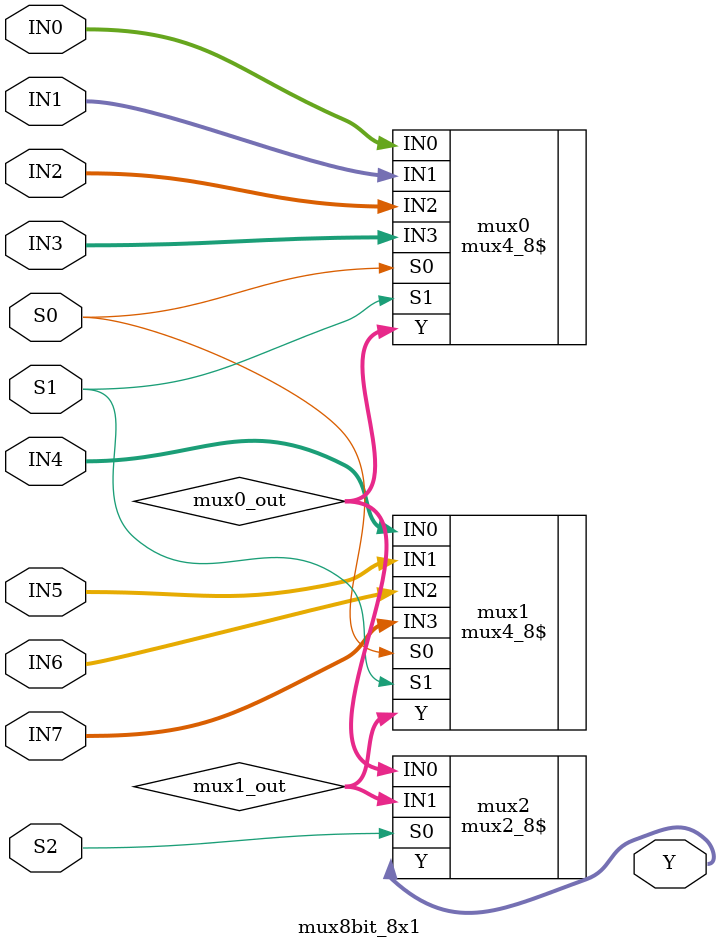
<source format=v>
module mux8bit_8x1 (Y, IN0, IN1, IN2, IN3, IN4, IN5, IN6, IN7, S0, S1, S2);
input [7:0]  IN0;
input [7:0]  IN1;
input [7:0]  IN2;
input [7:0]  IN3;
input [7:0]  IN4;
input [7:0]  IN5;
input [7:0]  IN6;
input [7:0]  IN7;
input        S0;
input        S1;
input        S2;
output [7:0] Y;

wire [7:0] mux0_out;
wire [7:0] mux1_out;
mux4_8$ mux0 (.IN0(IN0), .IN1(IN1), .IN2(IN2), .IN3(IN3), .S0(S0), .S1(S1), .Y(mux0_out));
mux4_8$ mux1 (.IN0(IN4), .IN1(IN5), .IN2(IN6), .IN3(IN7), .S0(S0), .S1(S1), .Y(mux1_out));
mux2_8$ mux2 (.IN0(mux0_out), .IN1(mux1_out), .S0(S2), .Y(Y));

endmodule	

</source>
